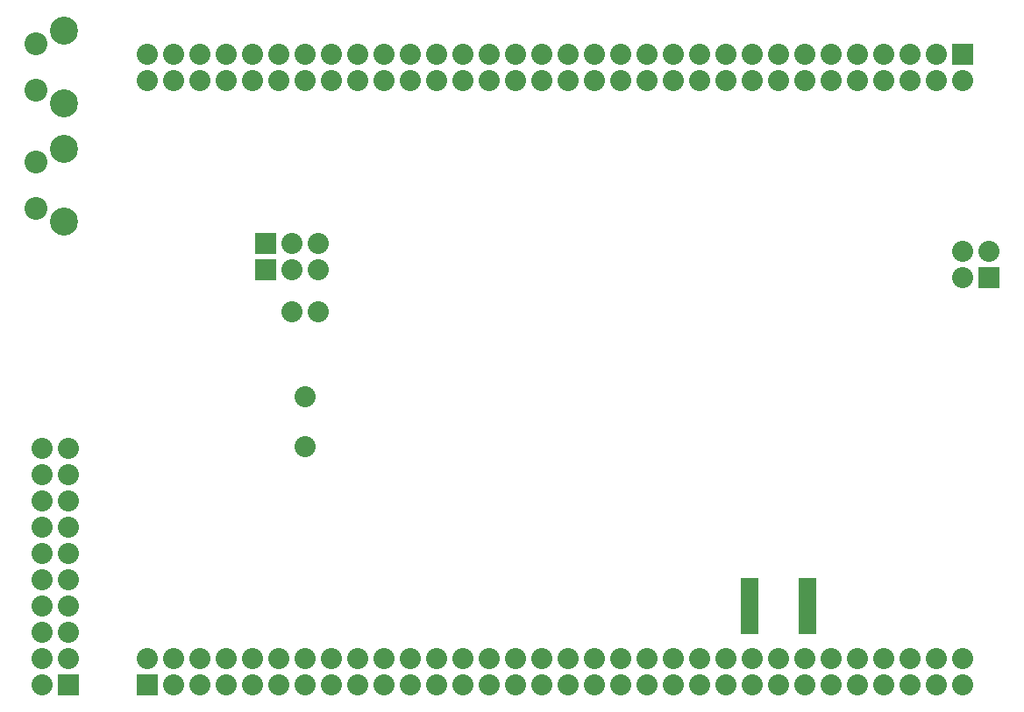
<source format=gbs>
G04 (created by PCBNEW-RS274X (2012-01-19 BZR 3256)-stable) date 16/09/2012 01:08:52*
G01*
G70*
G90*
%MOIN*%
G04 Gerber Fmt 3.4, Leading zero omitted, Abs format*
%FSLAX34Y34*%
G04 APERTURE LIST*
%ADD10C,0.006000*%
%ADD11C,0.080000*%
%ADD12R,0.080000X0.080000*%
%ADD13C,0.106600*%
%ADD14C,0.086900*%
%ADD15R,0.070000X0.035000*%
G04 APERTURE END LIST*
G54D10*
G54D11*
X61500Y-58500D03*
X62500Y-57500D03*
G54D12*
X62500Y-58500D03*
G54D11*
X61500Y-57500D03*
X62500Y-56500D03*
X61500Y-56500D03*
X62500Y-55500D03*
X61500Y-55500D03*
X62500Y-54500D03*
X61500Y-54500D03*
X62500Y-53500D03*
X61500Y-53500D03*
X62500Y-52500D03*
X61500Y-52500D03*
X62500Y-51500D03*
X61500Y-51500D03*
X62500Y-50500D03*
X61500Y-50500D03*
X62500Y-49500D03*
X61500Y-49500D03*
X71500Y-47539D03*
X71500Y-49461D03*
X71000Y-44300D03*
X72000Y-44300D03*
G54D12*
X70000Y-41700D03*
G54D11*
X71000Y-41700D03*
X72000Y-41700D03*
G54D12*
X70000Y-42700D03*
G54D11*
X71000Y-42700D03*
X72000Y-42700D03*
G54D13*
X62341Y-33622D03*
X62341Y-36378D03*
G54D14*
X61258Y-34114D03*
X61258Y-35886D03*
G54D13*
X62341Y-38122D03*
X62341Y-40878D03*
G54D14*
X61258Y-38614D03*
X61258Y-40386D03*
G54D12*
X96500Y-34500D03*
G54D11*
X96500Y-35500D03*
X95500Y-34500D03*
X95500Y-35500D03*
X94500Y-34500D03*
X94500Y-35500D03*
X93500Y-34500D03*
X93500Y-35500D03*
X92500Y-34500D03*
X92500Y-35500D03*
X91500Y-34500D03*
X91500Y-35500D03*
X90500Y-34500D03*
X90500Y-35500D03*
X89500Y-34500D03*
X89500Y-35500D03*
X88500Y-34500D03*
X88500Y-35500D03*
X87500Y-34500D03*
X87500Y-35500D03*
X86500Y-34500D03*
X86500Y-35500D03*
X85500Y-34500D03*
X85500Y-35500D03*
X84500Y-34500D03*
X84500Y-35500D03*
X83500Y-34500D03*
X83500Y-35500D03*
X82500Y-34500D03*
X82500Y-35500D03*
X81500Y-34500D03*
X81500Y-35500D03*
X80500Y-34500D03*
X80500Y-35500D03*
X79500Y-34500D03*
X79500Y-35500D03*
X78500Y-34500D03*
X78500Y-35500D03*
X77500Y-34500D03*
X77500Y-35500D03*
X76500Y-34500D03*
X76500Y-35500D03*
X75500Y-34500D03*
X75500Y-35500D03*
X74500Y-34500D03*
X74500Y-35500D03*
X73500Y-34500D03*
X73500Y-35500D03*
X72500Y-34500D03*
X72500Y-35500D03*
X71500Y-34500D03*
X71500Y-35500D03*
X70500Y-34500D03*
X70500Y-35500D03*
X69500Y-34500D03*
X69500Y-35500D03*
X68500Y-34500D03*
X68500Y-35500D03*
X67500Y-34500D03*
X67500Y-35500D03*
X66500Y-34500D03*
X66500Y-35500D03*
X65500Y-34500D03*
X65500Y-35500D03*
G54D12*
X65500Y-58500D03*
G54D11*
X65500Y-57500D03*
X66500Y-58500D03*
X66500Y-57500D03*
X67500Y-58500D03*
X67500Y-57500D03*
X68500Y-58500D03*
X68500Y-57500D03*
X69500Y-58500D03*
X69500Y-57500D03*
X70500Y-58500D03*
X70500Y-57500D03*
X71500Y-58500D03*
X71500Y-57500D03*
X72500Y-58500D03*
X72500Y-57500D03*
X73500Y-58500D03*
X73500Y-57500D03*
X74500Y-58500D03*
X74500Y-57500D03*
X75500Y-58500D03*
X75500Y-57500D03*
X76500Y-58500D03*
X76500Y-57500D03*
X77500Y-58500D03*
X77500Y-57500D03*
X78500Y-58500D03*
X78500Y-57500D03*
X79500Y-58500D03*
X79500Y-57500D03*
X80500Y-58500D03*
X80500Y-57500D03*
X81500Y-58500D03*
X81500Y-57500D03*
X82500Y-58500D03*
X82500Y-57500D03*
X83500Y-58500D03*
X83500Y-57500D03*
X84500Y-58500D03*
X84500Y-57500D03*
X85500Y-58500D03*
X85500Y-57500D03*
X86500Y-58500D03*
X86500Y-57500D03*
X87500Y-58500D03*
X87500Y-57500D03*
X88500Y-58500D03*
X88500Y-57500D03*
X89500Y-58500D03*
X89500Y-57500D03*
X90500Y-58500D03*
X90500Y-57500D03*
X91500Y-58500D03*
X91500Y-57500D03*
X92500Y-58500D03*
X92500Y-57500D03*
X93500Y-58500D03*
X93500Y-57500D03*
X94500Y-58500D03*
X94500Y-57500D03*
X95500Y-58500D03*
X95500Y-57500D03*
X96500Y-58500D03*
X96500Y-57500D03*
G54D12*
X97500Y-43000D03*
G54D11*
X96500Y-43000D03*
X97500Y-42000D03*
X96500Y-42000D03*
G54D15*
X88398Y-56396D03*
X88398Y-56140D03*
X88398Y-55884D03*
X88398Y-55628D03*
X88398Y-55372D03*
X88398Y-55116D03*
X88398Y-54860D03*
X88398Y-54604D03*
X90602Y-54604D03*
X90602Y-54860D03*
X90602Y-55116D03*
X90602Y-55372D03*
X90602Y-55628D03*
X90602Y-55884D03*
X90602Y-56140D03*
X90602Y-56396D03*
M02*

</source>
